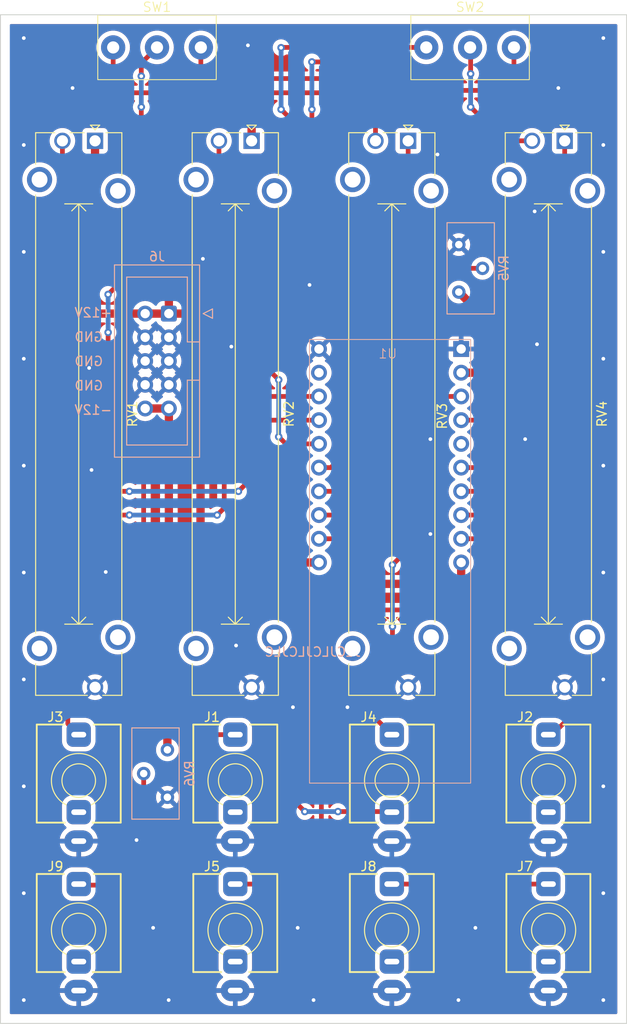
<source format=kicad_pcb>
(kicad_pcb (version 20221018) (generator pcbnew)
  (layers (0 "F.Cu" signal) (31 "B.Cu" signal) (34 "B.Paste" user) (35 "F.Paste" user) (36 "B.SilkS" user "B.Silkscreen") (37 "F.SilkS" user "F.Silkscreen") (38 "B.Mask" user) (39 "F.Mask" user) (44 "Edge.Cuts" user))
  (net 0 "")
  (net 1 "Net-(SW1-B)")
  (net 2 "GND")
  (net 3 "Net-(J2-PadT)")
  (net 4 "+12V")
  (net 5 "-12V")
  (net 7 "SAW_OUT")
  (net 12 "SQUARE_OUT")
  (net 13 "TRI_OUT")
  (net 14 "V{slash}OCT")
  (net 15 "SIN_OUT")
  (net 17 "COARSE_FREQ_POT")
  (net 18 "FINE_FREQ_POT")
  (net 19 "PWM_CV")
  (net 20 "Net-(SW2-B)")
  (net 21 "+5V")
  (net 22 "PWM_POT")
  (net 23 "SOFT_SYNC")
  (net 24 "HARD_SYNC")
  (net 25 "LIN_FM")
  (net 26 "EXP_FM")
  (net 29 "Net-(J4-PadT)")
  (net 31 "Net-(J4-PadTN)")
  (footprint "AudioJacks:Jack_3.5mm_QingPu_WQP-PJ398SM_Vertical" (layer "F.Cu") (at 108.39 144)
    (fp_text reference "J8" (at -2.5 -6.8) (layer "F.SilkS"))
    (fp_text value "AudioJack2_SwitchT")
    (pad "S" thru_hole oval (at 0 6.48) (size 3.1 2.3) (drill oval 1.6 0.6) (layers "*.Cu" "*.Mask") (net 2 "GND"))
    (pad "T" thru_hole roundrect (at 0 -4.92) (size 2.6 2.6) (drill oval 1.6 0.6) (layers "*.Cu" "*.Mask") (net 12 "SQUARE_OUT"))
    (pad "TN" thru_hole roundrect (at 0 3.38) (size 2.6 2.6) (drill oval 1.6 0.6) (layers "*.Cu" "*.Mask"))
  )
  (footprint "AudioJacks:Jack_3.5mm_QingPu_WQP-PJ398SM_Vertical" (layer "F.Cu") (at 74.83 144)
    (fp_text reference "J9" (at -2.5 -6.8) (layer "F.SilkS"))
    (fp_text value "AudioJack2_SwitchT")
    (pad "S" thru_hole oval (at 0 6.48) (size 3.1 2.3) (drill oval 1.6 0.6) (layers "*.Cu" "*.Mask") (net 2 "GND"))
    (pad "T" thru_hole roundrect (at 0 -4.92) (size 2.6 2.6) (drill oval 1.6 0.6) (layers "*.Cu" "*.Mask") (net 15 "SIN_OUT"))
    (pad "TN" thru_hole roundrect (at 0 3.38) (size 2.6 2.6) (drill oval 1.6 0.6) (layers "*.Cu" "*.Mask"))
  )
  (footprint "Dans_Eurorack:Salecom_SPDT_PCB_Mount_Mini_Toggle_Switch" (layer "F.Cu") (at 116.78 49.5)
    (fp_text reference "SW2" (at 0 -4.318 unlocked) (layer "F.SilkS") (effects (font (thickness 0.1))))
    (fp_text value "SW_SPDT")
    (pad "1" thru_hole circle (at -4.7 0) (size 2.6 2.6) (drill 1.3) (layers "*.Cu" "*.Mask") (net 26 "EXP_FM"))
    (pad "2" thru_hole circle (at 0 0) (size 2.6 2.6) (drill 1.3) (layers "*.Cu" "*.Mask") (net 20 "Net-(SW2-B)"))
    (pad "3" thru_hole circle (at 4.7 0) (size 2.6 2.6) (drill 1.3) (layers "*.Cu" "*.Mask") (net 25 "LIN_FM"))
  )
  (footprint "Potentiometer_THT:Potentiometer_Bourns_PTA4543_Single_Slide" (layer "F.Cu") (at 126.92 59.5 -90)
    (fp_text reference "RV4" (at 29.25 -4 90) (layer "F.SilkS"))
    (fp_text value "R_Potentiometer")
    (pad "1" thru_hole rect (at 0 0 270) (size 1.75 1.75) (drill 1.2) (layers "*.Cu" "*.Mask") (net 3 "Net-(J2-PadT)"))
    (pad "2" thru_hole circle (at 0 3.5 270) (size 1.75 1.75) (drill 1.2) (layers "*.Cu" "*.Mask") (net 20 "Net-(SW2-B)"))
    (pad "3" thru_hole circle (at 58.5 0 270) (size 1.75 1.75) (drill 1.2) (layers "*.Cu" "*.Mask") (net 2 "GND"))
    (pad "MP" thru_hole circle (at 4.15 5.95 270) (size 2.7 2.7) (drill 1.7) (layers "*.Cu" "*.Mask"))
    (pad "MP" thru_hole circle (at 5.35 -2.45 270) (size 2.7 2.7) (drill 1.7) (layers "*.Cu" "*.Mask"))
    (pad "MP" thru_hole circle (at 53.15 -2.45 270) (size 2.7 2.7) (drill 1.7) (layers "*.Cu" "*.Mask"))
    (pad "MP" thru_hole circle (at 54.35 5.95 270) (size 2.7 2.7) (drill 1.7) (layers "*.Cu" "*.Mask"))
  )
  (footprint "AudioJacks:Jack_3.5mm_QingPu_WQP-PJ398SM_Vertical" (layer "F.Cu") (at 125.17 128)
    (fp_text reference "J2" (at -2.5 -6.8) (layer "F.SilkS"))
    (fp_text value "AudioJack2_SwitchT")
    (pad "S" thru_hole oval (at 0 6.48) (size 3.1 2.3) (drill oval 1.6 0.6) (layers "*.Cu" "*.Mask") (net 2 "GND"))
    (pad "T" thru_hole roundrect (at 0 -4.92) (size 2.6 2.6) (drill oval 1.6 0.6) (layers "*.Cu" "*.Mask") (net 3 "Net-(J2-PadT)"))
    (pad "TN" thru_hole roundrect (at 0 3.38) (size 2.6 2.6) (drill oval 1.6 0.6) (layers "*.Cu" "*.Mask"))
  )
  (footprint "Potentiometer_THT:Potentiometer_Bourns_PTA4543_Single_Slide" (layer "F.Cu") (at 76.58 59.5 -90)
    (fp_text reference "RV1" (at 29.25 -4 90) (layer "F.SilkS"))
    (fp_text value "R_Potentiometer")
    (pad "1" thru_hole rect (at 0 0 270) (size 1.75 1.75) (drill 1.2) (layers "*.Cu" "*.Mask") (net 4 "+12V"))
    (pad "2" thru_hole circle (at 0 3.5 270) (size 1.75 1.75) (drill 1.2) (layers "*.Cu" "*.Mask") (net 17 "COARSE_FREQ_POT"))
    (pad "3" thru_hole circle (at 58.5 0 270) (size 1.75 1.75) (drill 1.2) (layers "*.Cu" "*.Mask") (net 2 "GND"))
    (pad "MP" thru_hole circle (at 4.15 5.95 270) (size 2.7 2.7) (drill 1.7) (layers "*.Cu" "*.Mask"))
    (pad "MP" thru_hole circle (at 5.35 -2.45 270) (size 2.7 2.7) (drill 1.7) (layers "*.Cu" "*.Mask"))
    (pad "MP" thru_hole circle (at 53.15 -2.45 270) (size 2.7 2.7) (drill 1.7) (layers "*.Cu" "*.Mask"))
    (pad "MP" thru_hole circle (at 54.35 5.95 270) (size 2.7 2.7) (drill 1.7) (layers "*.Cu" "*.Mask"))
  )
  (footprint "Dans_Eurorack:Salecom_SPDT_PCB_Mount_Mini_Toggle_Switch" (layer "F.Cu") (at 83.22 49.5)
    (fp_text reference "SW1" (at 0 -4.318 unlocked) (layer "F.SilkS") (effects (font (thickness 0.1))))
    (fp_text value "SW_SPDT")
    (pad "1" thru_hole circle (at -4.7 0) (size 2.6 2.6) (drill 1.3) (layers "*.Cu" "*.Mask") (net 24 "HARD_SYNC"))
    (pad "2" thru_hole circle (at 0 0) (size 2.6 2.6) (drill 1.3) (layers "*.Cu" "*.Mask") (net 1 "Net-(SW1-B)"))
    (pad "3" thru_hole circle (at 4.7 0) (size 2.6 2.6) (drill 1.3) (layers "*.Cu" "*.Mask") (net 23 "SOFT_SYNC"))
  )
  (footprint "AudioJacks:Jack_3.5mm_QingPu_WQP-PJ398SM_Vertical" (layer "F.Cu") (at 91.61 144)
    (fp_text reference "J5" (at -2.5 -6.8) (layer "F.SilkS"))
    (fp_text value "AudioJack2_SwitchT")
    (pad "S" thru_hole oval (at 0 6.48) (size 3.1 2.3) (drill oval 1.6 0.6) (layers "*.Cu" "*.Mask") (net 2 "GND"))
    (pad "T" thru_hole roundrect (at 0 -4.92) (size 2.6 2.6) (drill oval 1.6 0.6) (layers "*.Cu" "*.Mask") (net 13 "TRI_OUT"))
    (pad "TN" thru_hole roundrect (at 0 3.38) (size 2.6 2.6) (drill oval 1.6 0.6) (layers "*.Cu" "*.Mask"))
  )
  (footprint "AudioJacks:Jack_3.5mm_QingPu_WQP-PJ398SM_Vertical" (layer "F.Cu") (at 125.17 144)
    (fp_text reference "J7" (at -2.5 -6.8) (layer "F.SilkS"))
    (fp_text value "AudioJack2_SwitchT")
    (pad "S" thru_hole oval (at 0 6.48) (size 3.1 2.3) (drill oval 1.6 0.6) (layers "*.Cu" "*.Mask") (net 2 "GND"))
    (pad "T" thru_hole roundrect (at 0 -4.92) (size 2.6 2.6) (drill oval 1.6 0.6) (layers "*.Cu" "*.Mask") (net 7 "SAW_OUT"))
    (pad "TN" thru_hole roundrect (at 0 3.38) (size 2.6 2.6) (drill oval 1.6 0.6) (layers "*.Cu" "*.Mask"))
  )
  (footprint "Potentiometer_THT:Potentiometer_Bourns_PTA4543_Single_Slide" (layer "F.Cu") (at 93.36 59.5 -90)
    (fp_text reference "RV2" (at 29.25 -4 90) (layer "F.SilkS"))
    (fp_text value "R_Potentiometer")
    (pad "1" thru_hole rect (at 0 0 270) (size 1.75 1.75) (drill 1.2) (layers "*.Cu" "*.Mask") (net 4 "+12V"))
    (pad "2" thru_hole circle (at 0 3.5 270) (size 1.75 1.75) (drill 1.2) (layers "*.Cu" "*.Mask") (net 18 "FINE_FREQ_POT"))
    (pad "3" thru_hole circle (at 58.5 0 270) (size 1.75 1.75) (drill 1.2) (layers "*.Cu" "*.Mask") (net 2 "GND"))
    (pad "MP" thru_hole circle (at 4.15 5.95 270) (size 2.7 2.7) (drill 1.7) (layers "*.Cu" "*.Mask"))
    (pad "MP" thru_hole circle (at 5.35 -2.45 270) (size 2.7 2.7) (drill 1.7) (layers "*.Cu" "*.Mask"))
    (pad "MP" thru_hole circle (at 53.15 -2.45 270) (size 2.7 2.7) (drill 1.7) (layers "*.Cu" "*.Mask"))
    (pad "MP" thru_hole circle (at 54.35 5.95 270) (size 2.7 2.7) (drill 1.7) (layers "*.Cu" "*.Mask"))
  )
  (footprint "Potentiometer_THT:Potentiometer_Bourns_PTA4543_Single_Slide" (layer "F.Cu") (at 110.14 59.5 -90)
    (fp_text reference "RV3" (at 29.486 -3.652 90) (layer "F.SilkS"))
    (fp_text value "R_Potentiometer")
    (pad "1" thru_hole rect (at 0 0 270) (size 1.75 1.75) (drill 1.2) (layers "*.Cu" "*.Mask") (net 29 "Net-(J4-PadT)"))
    (pad "2" thru_hole circle (at 0 3.5 270) (size 1.75 1.75) (drill 1.2) (layers "*.Cu" "*.Mask") (net 19 "PWM_CV"))
    (pad "3" thru_hole circle (at 58.5 0 270) (size 1.75 1.75) (drill 1.2) (layers "*.Cu" "*.Mask") (net 2 "GND"))
    (pad "MP" thru_hole circle (at 4.15 5.95 270) (size 2.7 2.7) (drill 1.7) (layers "*.Cu" "*.Mask"))
    (pad "MP" thru_hole circle (at 5.35 -2.45 270) (size 2.7 2.7) (drill 1.7) (layers "*.Cu" "*.Mask"))
    (pad "MP" thru_hole circle (at 53.15 -2.45 270) (size 2.7 2.7) (drill 1.7) (layers "*.Cu" "*.Mask"))
    (pad "MP" thru_hole circle (at 54.35 5.95 270) (size 2.7 2.7) (drill 1.7) (layers "*.Cu" "*.Mask"))
  )
  (footprint "AudioJacks:Jack_3.5mm_QingPu_WQP-PJ398SM_Vertical" (layer "F.Cu") (at 108.39 128)
    (fp_text reference "J4" (at -2.5 -6.8) (layer "F.SilkS"))
    (fp_text value "AudioJack2_SwitchT")
    (pad "S" thru_hole oval (at 0 6.48) (size 3.1 2.3) (drill oval 1.6 0.6) (layers "*.Cu" "*.Mask") (net 2 "GND"))
    (pad "T" thru_hole roundrect (at 0 -4.92) (size 2.6 2.6) (drill oval 1.6 0.6) (layers "*.Cu" "*.Mask") (net 29 "Net-(J4-PadT)"))
    (pad "TN" thru_hole roundrect (at 0 3.38) (size 2.6 2.6) (drill oval 1.6 0.6) (layers "*.Cu" "*.Mask") (net 31 "Net-(J4-PadTN)"))
  )
  (footprint "AudioJacks:Jack_3.5mm_QingPu_WQP-PJ398SM_Vertical" (layer "F.Cu") (at 74.83 128)
    (fp_text reference "J3" (at -2.5 -6.8) (layer "F.SilkS"))
    (fp_text value "AudioJack2_SwitchT")
    (pad "S" thru_hole oval (at 0 6.48) (size 3.1 2.3) (drill oval 1.6 0.6) (layers "*.Cu" "*.Mask") (net 2 "GND"))
    (pad "T" thru_hole roundrect (at 0 -4.92) (size 2.6 2.6) (drill oval 1.6 0.6) (layers "*.Cu" "*.Mask") (net 14 "V{slash}OCT"))
    (pad "TN" thru_hole roundrect (at 0 3.38) (size 2.6 2.6) (drill oval 1.6 0.6) (layers "*.Cu" "*.Mask"))
  )
  (footprint "AudioJacks:Jack_3.5mm_QingPu_WQP-PJ398SM_Vertical" (layer "F.Cu") (at 91.61 128)
    (fp_text reference "J1" (at -2.5 -6.8) (layer "F.SilkS"))
    (fp_text value "AudioJack2_SwitchT")
    (pad "S" thru_hole oval (at 0 6.48) (size 3.1 2.3) (drill oval 1.6 0.6) (layers "*.Cu" "*.Mask") (net 2 "GND"))
    (pad "T" thru_hole roundrect (at 0 -4.92) (size 2.6 2.6) (drill oval 1.6 0.6) (layers "*.Cu" "*.Mask") (net 1 "Net-(SW1-B)"))
    (pad "TN" thru_hole roundrect (at 0 3.38) (size 2.6 2.6) (drill oval 1.6 0.6) (layers "*.Cu" "*.Mask"))
  )
  (footprint "Potentiometer_THT:Potentiometer_Bourns_3296Y_Vertical" (layer "B.Cu") (at 115.57 75.692 -90)
    (fp_text reference "RV5" (at -2.55 -4.826 90) (layer "B.SilkS") (effects (justify mirror)))
    (fp_text value "R_Potentiometer_Trim")
    (pad "1" thru_hole circle (at 0 0 270) (size 1.44 1.44) (drill 0.8) (layers "*.Cu" "*.Mask") (net 21 "+5V"))
    (pad "2" thru_hole circle (at -2.54 -2.54 270) (size 1.44 1.44) (drill 0.8) (layers "*.Cu" "*.Mask") (net 22 "PWM_POT"))
    (pad "3" thru_hole circle (at -5.08 0 270) (size 1.44 1.44) (drill 0.8) (layers "*.Cu" "*.Mask") (net 2 "GND"))
  )
  (footprint "Dans_Eurorack:Electrosmith_3340_VCO" (layer "B.Cu") (at 115.824 81.788 180)
    (fp_text reference "U1" (at 7.874 -0.508 unlocked) (layer "B.SilkS") (effects (font (thickness 0.1)) (justify mirror)))
    (fp_text value "~")
    (pad "1" thru_hole rect (at 0 0 180) (size 1.7 1.7) (drill 1) (layers "*.Cu" "*.Mask") (net 2 "GND"))
    (pad "2" thru_hole circle (at 0 -2.54 180) (size 1.7 1.7) (drill 1) (layers "*.Cu" "*.Mask") (net 21 "+5V"))
    (pad "3" thru_hole circle (at 0 -5.08 180) (size 1.7 1.7) (drill 1) (layers "*.Cu" "*.Mask") (net 22 "PWM_POT"))
    (pad "4" thru_hole circle (at 0 -7.62 180) (size 1.7 1.7) (drill 1) (layers "*.Cu" "*.Mask") (net 19 "PWM_CV"))
    (pad "5" thru_hole circle (at 0 -10.16 180) (size 1.7 1.7) (drill 1) (layers "*.Cu" "*.Mask"))
    (pad "6" thru_hole circle (at 0 -12.7 180) (size 1.7 1.7) (drill 1) (layers "*.Cu" "*.Mask") (net 7 "SAW_OUT"))
    (pad "7" thru_hole circle (at 0 -15.24 180) (size 1.7 1.7) (drill 1) (layers "*.Cu" "*.Mask") (net 12 "SQUARE_OUT"))
    (pad "8" thru_hole circle (at 0 -17.78 180) (size 1.7 1.7) (drill 1) (layers "*.Cu" "*.Mask") (net 13 "TRI_OUT"))
    (pad "9" thru_hole circle (at 0 -20.32 180) (size 1.7 1.7) (drill 1) (layers "*.Cu" "*.Mask") (net 15 "SIN_OUT"))
    (pad "10" thru_hole circle (at 0 -22.86 180) (size 1.7 1.7) (drill 1) (layers "*.Cu" "*.Mask") (net 5 "-12V"))
    (pad "11" thru_hole circle (at 15.24 -22.86 180) (size 1.7 1.7) (drill 1) (layers "*.Cu" "*.Mask") (net 4 "+12V"))
    (pad "12" thru_hole circle (at 15.24 -20.32 180) (size 1.7 1.7) (drill 1) (layers "*.Cu" "*.Mask") (net 23 "SOFT_SYNC"))
    (pad "13" thru_hole circle (at 15.24 -17.78 180) (size 1.7 1.7) (drill 1) (layers "*.Cu" "*.Mask") (net 24 "HARD_SYNC"))
    (pad "14" thru_hole circle (at 15.24 -15.24 180) (size 1.7 1.7) (drill 1) (layers "*.Cu" "*.Mask") (net 25 "LIN_FM"))
    (pad "15" thru_hole circle (at 15.24 -12.7 180) (size 1.7 1.7) (drill 1) (layers "*.Cu" "*.Mask") (net 26 "EXP_FM"))
    (pad "16" thru_hole circle (at 15.24 -10.16 180) (size 1.7 1.7) (drill 1) (layers "*.Cu" "*.Mask") (net 18 "FINE_FREQ_POT"))
    (pad "17" thru_hole circle (at 15.24 -7.62 180) (size 1.7 1.7) (drill 1) (layers "*.Cu" "*.Mask") (net 17 "COARSE_FREQ_POT"))
    (pad "18" thru_hole circle (at 15.24 -5.08 180) (size 1.7 1.7) (drill 1) (layers "*.Cu" "*.Mask") (net 14 "V{slash}OCT"))
    (pad "19" thru_hole circle (at 15.24 -2.54 180) (size 1.7 1.7) (drill 1) (layers "*.Cu" "*.Mask"))
    (pad "20" thru_hole circle (at 15.24 0 180) (size 1.7 1.7) (drill 1) (layers "*.Cu" "*.Mask") (net 2 "GND"))
  )
  (footprint "Potentiometer_THT:Potentiometer_Bourns_3296Y_Vertical" (layer "B.Cu") (at 84.333 124.704 90)
    (fp_text reference "RV6" (at -2.54 2.39 90) (layer "B.SilkS") (effects (justify mirror)))
    (fp_text value "R_Potentiometer_Trim")
    (pad "1" thru_hole circle (at 0 0 90) (size 1.44 1.44) (drill 0.8) (layers "*.Cu" "*.Mask") (net 5 "-12V"))
    (pad "2" thru_hole circle (at -2.54 -2.54 90) (size 1.44 1.44) (drill 0.8) (layers "*.Cu" "*.Mask") (net 31 "Net-(J4-PadTN)"))
    (pad "3" thru_hole circle (at -5.08 0 90) (size 1.44 1.44) (drill 0.8) (layers "*.Cu" "*.Mask") (net 2 "GND"))
  )
  (footprint "Connector_IDC:IDC-Header_2x05_P2.54mm_Vertical" (layer "B.Cu") (at 84.49 78 180)
    (fp_text reference "J6" (at 1.27 6.1) (layer "B.SilkS") (effects (justify mirror)))
    (fp_text value "Conn_02x05_Odd_Even")
    (pad "1" thru_hole roundrect (at 0 0 180) (size 1.7 1.7) (drill 1) (layers "*.Cu" "*.Mask") (roundrect_rratio 0.1470588235) (net 4 "+12V"))
    (pad "2" thru_hole circle (at 2.54 0 180) (size 1.7 1.7) (drill 1) (layers "*.Cu" "*.Mask") (net 4 "+12V"))
    (pad "3" thru_hole circle (at 0 -2.54 180) (size 1.7 1.7) (drill 1) (layers "*.Cu" "*.Mask") (net 2 "GND"))
    (pad "4" thru_hole circle (at 2.54 -2.54 180) (size 1.7 1.7) (drill 1) (layers "*.Cu" "*.Mask") (net 2 "GND"))
    (pad "5" thru_hole circle (at 0 -5.08 180) (size 1.7 1.7) (drill 1) (layers "*.Cu" "*.Mask") (net 2 "GND"))
    (pad "6" thru_hole circle (at 2.54 -5.08 180) (size 1.7 1.7) (drill 1) (layers "*.Cu" "*.Mask") (net 2 "GND"))
    (pad "7" thru_hole circle (at 0 -7.62 180) (size 1.7 1.7) (drill 1) (layers "*.Cu" "*.Mask") (net 2 "GND"))
    (pad "8" thru_hole circle (at 2.54 -7.62 180) (size 1.7 1.7) (drill 1) (layers "*.Cu" "*.Mask") (net 2 "GND"))
    (pad "9" thru_hole circle (at 0 -10.16 180) (size 1.7 1.7) (drill 1) (layers "*.Cu" "*.Mask") (net 5 "-12V"))
    (pad "10" thru_hole circle (at 2.54 -10.16 180) (size 1.7 1.7) (drill 1) (layers "*.Cu" "*.Mask") (net 5 "-12V"))
  )
  (gr_rect (start 66.44 46) (end 133.56 154) (stroke (width 0.1)) (fill none) (layer "Edge.Cuts"))
  (gr_text "GND" (at 77.533619 81.0895) (layer "B.SilkS") (effects (font (size 1 1)) (justify left bottom mirror)))
  (gr_text "-12V" (at 78.486 88.9) (layer "B.SilkS") (effects (font (size 1 1)) (justify left bottom mirror)))
  (gr_text "+12V" (at 78.486 78.486) (layer "B.SilkS") (effects (font (size 1 1)) (justify left bottom mirror)))
  (gr_text "GND" (at 77.533619 86.2965) (layer "B.SilkS") (effects (font (size 1 1)) (justify left bottom mirror)))
  (gr_text "JLCJLCJLCJLC" (at 105.156 114.808) (layer "B.SilkS") (effects (font (size 1 1)) (justify left bottom mirror)))
  (gr_text "GND" (at 77.533619 83.693) (layer "B.SilkS") (effects (font (size 1 1)) (justify left bottom mirror)))
  (segment (start 86.614 123.952) (end 87.486 123.08) (width 0.508) (layer "F.Cu") (net 1))
  (segment (start 77.978 92.964) (end 78.74 93.726) (width 0.508) (layer "F.Cu") (net 1))
  (segment (start 85.852 126.746) (end 86.614 125.984) (width 0.508) (layer "F.Cu") (net 1))
  (segment (start 81.788 124.968) (end 83.566 126.746) (width 0.508) (layer "F.Cu") (net 1))
  (segment (start 78.74 93.726) (end 81.026 93.726) (width 0.508) (layer "F.Cu") (net 1))
  (segment (start 83.312 49.592) (end 83.22 49.5) (width 0.508) (layer "F.Cu") (net 1))
  (segment (start 81.788 94.488) (end 81.788 124.968) (width 0.508) (layer "F.Cu") (net 1))
  (segment (start 83.566 126.746) (end 85.852 126.746) (width 0.508) (layer "F.Cu") (net 1))
  (segment (start 77.978 80.01) (end 77.978 92.964) (width 0.508) (layer "F.Cu") (net 1))
  (segment (start 82.296 62.23) (end 82.296 71.628) (width 0.508) (layer "F.Cu") (net 1))
  (segment (start 87.486 123.08) (end 91.61 123.08) (width 0.508) (layer "F.Cu") (net 1))
  (segment (start 81.534 55.88) (end 81.534 61.468) (width 0.508) (layer "F.Cu") (net 1))
  (segment (start 83.22 49.5) (end 81.534 51.186) (width 0.508) (layer "F.Cu") (net 1))
  (segment (start 86.614 125.984) (end 86.614 123.952) (width 0.508) (layer "F.Cu") (net 1))
  (segment (start 81.534 61.468) (end 82.296 62.23) (width 0.508) (layer "F.Cu") (net 1))
  (segment (start 82.296 71.628) (end 77.978 75.946) (width 0.508) (layer "F.Cu") (net 1))
  (segment (start 81.534 51.186) (end 81.534 52.578) (width 0.508) (layer "F.Cu") (net 1))
  (segment (start 81.026 93.726) (end 81.788 94.488) (width 0.508) (layer "F.Cu") (net 1))
  (via (at 81.534 52.578) (size 0.8) (drill 0.4) (layers "F.Cu" "B.Cu") (net 1))
  (via (at 81.534 55.88) (size 0.8) (drill 0.4) (layers "F.Cu" "B.Cu") (net 1))
  (via (at 77.978 80.01) (size 0.8) (drill 0.4) (layers "F.Cu" "B.Cu") (net 1))
  (via (at 77.978 75.946) (size 0.8) (drill 0.4) (layers "F.Cu" "B.Cu") (net 1))
  (segment (start 81.534 52.578) (end 81.534 55.88) (width 0.508) (layer "B.Cu") (net 1))
  (segment (start 77.978 80.01) (end 77.978 75.946) (width 0.508) (layer "B.Cu") (net 1))
  (via (at 75.946 83.82) (size 0.8) (drill 0.4) (layers "F.Cu" "B.Cu") (net 2))
  (via (at 115.53 151.5) (size 0.8) (drill 0.4) (layers "F.Cu" "B.Cu") (net 2))
  (via (at 131.06 94.277776) (size 0.8) (drill 0.4) (layers "F.Cu" "B.Cu") (net 2))
  (via (at 76.2 94.742) (size 0.8) (drill 0.4) (layers "F.Cu" "B.Cu") (net 2))
  (via (at 126.238 53.848) (size 0.8) (drill 0.4) (layers "F.Cu" "B.Cu") (net 2))
  (via (at 68.94 94.277776) (size 0.8) (drill 0.4) (layers "F.Cu" "B.Cu") (net 2))
  (via (at 131.06 105.72222) (size 0.8) (drill 0.4) (layers "F.Cu" "B.Cu") (net 2))
  (via (at 117.348 143.764) (size 0.8) (drill 0.4) (layers "F.Cu" "B.Cu") (net 2))
  (via (at 68.94 48.5) (size 0.8) (drill 0.4) (layers "F.Cu" "B.Cu") (net 2))
  (via (at 81.026 134.366) (size 0.8) (drill 0.4) (layers "F.Cu" "B.Cu") (net 2))
  (via (at 99.568 74.93) (size 0.8) (drill 0.4) (layers "F.Cu" "B.Cu") (net 2))
  (via (at 84.47 151.5) (size 0.8) (drill 0.4) (layers "F.Cu" "B.Cu") (net 2))
  (via (at 112.522 101.6) (size 0.8) (drill 0.4) (layers "F.Cu" "B.Cu") (net 2))
  (via (at 131.06 117.166664) (size 0.8) (drill 0.4) (layers "F.Cu" "B.Cu") (net 2))
  (via (at 131.06 151.5) (size 0.8) (drill 0.4) (layers "F.Cu" "B.Cu") (net 2))
  (via (at 122.682 91.44) (size 0.8) (drill 0.4) (layers "F.Cu" "B.Cu") (net 2))
  (via (at 68.94 117.166664) (size 0.8) (drill 0.4) (layers "F.Cu" "B.Cu") (net 2))
  (via (at 68.94 71.388888) (size 0.8) (drill 0.4) (layers "F.Cu" "B.Cu") (net 2))
  (via (at 123.698 67.056) (size 0.8) (drill 0.4) (layers "F.Cu" "B.Cu") (net 2))
  (via (at 131.06 48.5) (size 0.8) (drill 0.4) (layers "F.Cu" "B.Cu") (net 2))
  (via (at 131.06 128.611108) (size 0.8) (drill 0.4) (layers "F.Cu" "B.Cu") (net 2))
  (via (at 123.952 81.28) (size 0.8) (drill 0.4) (layers "F.Cu" "B.Cu") (net 2))
  (via (at 68.94 59.944444) (size 0.8) (drill 0.4) (layers "F.Cu" "B.Cu") (net 2))
  (via (at 74.168 53.848) (size 0.8) (drill 0.4) (layers "F.Cu" "B.Cu") (net 2))
  (via (at 82.804 143.764) (size 0.8) (drill 0.4) (layers "F.Cu" "B.Cu") (net 2))
  (via (at 68.94 151.5) (size 0.8) (drill 0.4) (layers "F.Cu" "B.Cu") (net 2))
  (via (at 91.186 81.534) (size 0.8) (drill 0.4) (layers "F.Cu" "B.Cu") (net 2))
  (via (at 131.06 59.944444) (size 0.8) (drill 0.4) (layers "F.Cu" "B.Cu") (net 2))
  (via (at 92.964 49.276) (size 0.8) (drill 0.4) (layers "F.Cu" "B.Cu") (net 2))
  (via (at 68.94 140.055552) (size 0.8) (drill 0.4) (layers "F.Cu" "B.Cu") (net 2))
  (via (at 68.94 82.833332) (size 0.8) (drill 0.4) (layers "F.Cu" "B.Cu") (net 2))
  (via (at 77.724 105.664) (size 0.8) (drill 0.4) (layers "F.Cu" "B.Cu") (net 2))
  (via (at 113.284 60.96) (size 0.8) (drill 0.4) (layers "F.Cu" "B.Cu") (net 2))
  (via (at 103.632 120.142) (size 0.8) (drill 0.4) (layers "F.Cu" "B.Cu") (net 2))
  (via (at 68.94 128.611108) (size 0.8) (drill 0.4) (layers "F.Cu" "B.Cu") (net 2))
  (via (at 88.138 72.136) (size 0.8) (drill 0.4) (layers "F.Cu" "B.Cu") (net 2))
  (via (at 131.06 140.055552) (size 0.8) (drill 0.4) (layers "F.Cu" "B.Cu") (net 2))
  (via (at 112.522 91.44) (size 0.8) (drill 0.4) (layers "F.Cu" "B.Cu") (net 2))
  (via (at 98.298 143.764) (size 0.8) (drill 0.4) (layers "F.Cu" "B.Cu") (net 2))
  (via (at 100 151.5) (size 0.8) (drill 0.4) (layers "F.Cu" "B.Cu") (net 2))
  (via (at 68.94 105.72222) (size 0.8) (drill 0.4) (layers "F.Cu" "B.Cu") (net 2))
  (via (at 97.79 120.142) (size 0.8) (drill 0.4) (layers "F.Cu" "B.Cu") (net 2))
  (via (at 91.694 113.538) (size 0.8) (drill 0.4) (layers "F.Cu" "B.Cu") (net 2))
  (via (at 131.06 71.388888) (size 0.8) (drill 0.4) (layers "F.Cu" "B.Cu") (net 2))
  (via (at 131.06 82.833332) (size 0.8) (drill 0.4) (layers "F.Cu" "B.Cu") (net 2))
  (segment (start 126.92 61.04) (end 126.92 59.5) (width 0.508) (layer "F.Cu") (net 3))
  (segment (start 129.54 119.126) (end 129.54 117.094) (width 0.508) (layer "F.Cu") (net 3))
  (segment (start 126.238 61.722) (end 126.92 61.04) (width 0.508) (layer "F.Cu") (net 3))
  (segment (start 125.17 123.08) (end 125.586 123.08) (width 0.508) (layer "F.Cu") (net 3))
  (segment (start 126.238 113.792) (end 126.238 61.722) (width 0.508) (layer "F.Cu") (net 3))
  (segment (start 129.54 117.094) (end 126.238 113.792) (width 0.508) (layer "F.Cu") (net 3))
  (segment (start 125.586 123.08) (end 129.54 119.126) (width 0.508) (layer "F.Cu") (net 3))
  (segment (start 75.692 77.216) (end 76.476 78) (width 0.889) (layer "F.Cu") (net 4))
  (segment (start 85.344 56.642) (end 92.456 56.642) (width 0.889) (layer "F.Cu") (net 4))
  (segment (start 88.9 104.648) (end 100.584 104.648) (width 0.889) (layer "F.Cu") (net 4))
  (segment (start 81.95 78) (end 84.49 78) (width 0.889) (layer "F.Cu") (net 4))
  (segment (start 87.884 78.994) (end 87.884 103.632) (width 0.889) (layer "F.Cu") (net 4))
  (segment (start 84.49 78) (end 86.89 78) (width 0.889) (layer "F.Cu") (net 4))
  (segment (start 84.49 78) (end 84.49 57.496) (width 0.889) (layer "F.Cu") (net 4))
  (segment (start 93.36 57.546) (end 93.36 59.5) (width 0.889) (layer "F.Cu") (net 4))
  (segment (start 87.884 103.632) (end 88.9 104.648) (width 0.889) (layer "F.Cu") (net 4))
  (segment (start 76.58 61.342) (end 75.692 62.23) (width 0.889) (layer "F.Cu") (net 4))
  (segment (start 92.456 56.642) (end 93.36 57.546) (width 0.889) (layer "F.Cu") (net 4))
  (segment (start 84.49 57.496) (end 85.344 56.642) (width 0.889) (layer "F.Cu") (net 4))
  (segment (start 86.89 78) (end 87.884 78.994) (width 0.889) (layer "F.Cu") (net 4))
  (segment (start 75.692 62.23) (end 75.692 77.216) (width 0.889) (layer "F.Cu") (net 4))
  (segment (start 76.476 78) (end 81.95 78) (width 0.889) (layer "F.Cu") (net 4))
  (segment (start 76.58 59.5) (end 76.58 61.342) (width 0.889) (layer "F.Cu") (net 4))
  (segment (start 84.49 88.16) (end 84.49 106.934) (width 0.889) (layer "F.Cu") (net 5))
  (segment (start 84.333 124.704) (end 84.333 123.255) (width 0.889) (layer "F.Cu") (net 5))
  (segment (start 84.333 123.255) (end 84.49 123.098) (width 0.889) (layer "F.Cu") (net 5))
  (segment (start 115.824 104.648) (end 115.824 106.172) (width 0.889) (layer "F.Cu") (net 5))
  (segment (start 81.95 88.16) (end 84.49 88.16) (width 0.889) (layer "F.Cu") (net 5))
  (segment (start 84.49 106.934) (end 84.49 123.098) (width 0.889) (layer "F.Cu") (net 5))
  (segment (start 115.062 106.934) (end 84.49 106.934) (width 0.889) (layer "F.Cu") (net 5))
  (segment (start 115.824 106.172) (end 115.062 106.934) (width 0.889) (layer "F.Cu") (net 5))
  (segment (start 119.649 139.08) (end 125.17 139.08) (width 0.508) (layer "F.Cu") (net 7))
  (segment (start 124.206 98.552) (end 124.206 115.316) (width 0.508) (layer "F.Cu") (net 7))
  (segment (start 118.872 120.65) (end 118.872 138.303) (width 0.508) (layer "F.Cu") (net 7))
  (segment (start 124.206 115.316) (end 118.872 120.65) (width 0.508) (layer "F.Cu") (net 7))
  (segment (start 120.142 94.488) (end 124.206 98.552) (width 0.508) (layer "F.Cu") (net 7))
  (segment (start 118.872 138.303) (end 119.649 139.08) (width 0.508) (layer "F.Cu") (net 7))
  (segment (start 115.824 94.488) (end 120.142 94.488) (width 0.508) (layer "F.Cu") (net 7))
  (segment (start 116.84 119.888) (end 116.84 136.906) (width 0.508) (layer "F.Cu") (net 12))
  (segment (start 116.84 136.906) (end 114.666 139.08) (width 0.508) (layer "F.Cu") (net 12))
  (segment (start 117.856 112.268) (end 117.856 118.872) (width 0.508) (layer "F.Cu") (net 12))
  (segment (start 115.824 97.028) (end 119.888 97.028) (width 0.508) (layer "F.Cu") (net 12))
  (segment (start 119.888 97.028) (end 122.174 99.314) (width 0.508) (layer "F.Cu") (net 12))
  (segment (start 114.666 139.08) (end 108.39 139.08) (width 0.508) (layer "F.Cu") (net 12))
  (segment (start 122.174 99.314) (end 122.174 107.95) (width 0.508) (layer "F.Cu") (net 12))
  (segment (start 122.174 107.95) (end 117.856 112.268) (width 0.508) (layer "F.Cu") (net 12))
  (segment (start 117.856 118.872) (end 116.84 119.888) (width 0.508) (layer "F.Cu") (net 12))
  (segment (start 114.808 118.872) (end 114.808 135.89) (width 0.508) (layer "F.Cu") (net 13))
  (segment (start 114.808 135.89) (end 114.046 136.652) (width 0.508) (layer "F.Cu") (net 13))
  (segment (start 119.38 99.568) (end 120.142 100.33) (width 0.508) (layer "F.Cu") (net 13))
  (segment (start 115.824 111.506) (end 115.824 117.856) (width 0.508) (layer "F.Cu") (net 13))
  (segment (start 101.346 136.652) (end 98.918 139.08) (width 0.508) (layer "F.Cu") (net 13))
  (segment (start 120.142 100.33) (end 120.142 107.188) (width 0.508) (layer "F.Cu") (net 13))
  (segment (start 114.046 136.652) (end 101.346 136.652) (width 0.508) (layer "F.Cu") (net 13))
  (segment (start 98.918 139.08) (end 91.61 139.08) (width 0.508) (layer "F.Cu") (net 13))
  (segment (start 120.142 107.188) (end 115.824 111.506) (width 0.508) (layer "F.Cu") (net 13))
  (segment (start 115.824 117.856) (end 114.808 118.872) (width 0.508) (layer "F.Cu") (net 13))
  (segment (start 115.824 99.568) (end 119.38 99.568) (width 0.508) (layer "F.Cu") (net 13))
  (segment (start 73.66 121.91) (end 73.66 100.33) (width 0.508) (layer "F.Cu") (net 14))
  (segment (start 90.424 89.916) (end 93.472 86.868) (width 0.508) (layer "F.Cu") (net 14))
  (segment (start 93.472 86.868) (end 100.584 86.868) (width 0.508) (layer "F.Cu") (net 14))
  (segment (start 74.83 123.08) (end 74.82 123.08) (width 0.508) (layer "F.Cu") (net 14))
  (segment (start 80.264 99.568) (end 74.422 99.568) (width 0.508) (layer "F.Cu") (net 14))
  (segment (start 73.66 100.33) (end 74.422 99.568) (width 0.508) (layer "F.Cu") (net 14))
  (segment (start 89.662 99.568) (end 90.424 98.806) (width 0.508) (layer "F.Cu") (net 14))
  (segment (start 90.424 98.806) (end 90.424 89.916) (width 0.508) (layer "F.Cu") (net 14))
  (segment (start 74.83 123.08) (end 73.66 121.91) (width 0.508) (layer "F.Cu") (net 14))
  (segment (start 74.82 123.08) (end 73.914 122.174) (width 0.508) (layer "F.Cu") (net 14))
  (via (at 80.264 99.568) (size 0.8) (drill 0.4) (layers "F.Cu" "B.Cu") (net 14))
  (via (at 89.662 99.568) (size 0.8) (drill 0.4) (layers "F.Cu" "B.Cu") (net 14))
  (segment (start 80.264 99.568) (end 89.662 99.568) (width 0.508) (layer "B.Cu") (net 14))
  (segment (start 100.838 133.604) (end 100.838 111.506) (width 0.508) (layer "F.Cu") (net 15))
  (segment (start 74.942 139.192) (end 81.28 139.192) (width 0.508) (layer "F.Cu") (net 15))
  (segment (start 118.364 102.616) (end 117.856 102.108) (width 0.508) (layer "F.Cu") (net 15))
  (segment (start 74.83 139.08) (end 74.942 139.192) (width 0.508) (layer "F.Cu") (net 15))
  (segment (start 83.82 136.652) (end 97.79 136.652) (width 0.508) (layer "F.Cu") (net 15))
  (segment (start 100.838 111.506) (end 102.616 109.728) (width 0.508) (layer "F.Cu") (net 15))
  (segment (start 102.616 109.728) (end 115.316 109.728) (width 0.508) (layer "F.Cu") (net 15))
  (segment (start 115.316 109.728) (end 118.364 106.68) (width 0.508) (layer "F.Cu") (net 15))
  (segment (start 81.28 139.192) (end 83.82 136.652) (width 0.508) (layer "F.Cu") (net 15))
  (segment (start 117.856 102.108) (end 115.824 102.108) (width 0.508) (layer "F.Cu") (net 15))
  (segment (start 118.364 106.68) (end 118.364 102.616) (width 0.508) (layer "F.Cu") (net 15))
  (segment (start 97.79 136.652) (end 100.838 133.604) (width 0.508) (layer "F.Cu") (net 15))
  (segment (start 73.66 61.722) (end 73.08 61.142) (width 0.508) (layer "F.Cu") (net 17))
  (segment (start 80.264 97.028) (end 74.676 97.028) (width 0.508) (layer "F.Cu") (net 17))
  (segment (start 73.66 96.012) (end 73.66 61.722) (width 0.508) (layer "F.Cu") (net 17))
  (segment (start 93.98 89.408) (end 100.584 89.408) (width 0.508) (layer "F.Cu") (net 17))
  (segment (start 74.676 97.028) (end 73.66 96.012) (width 0.508) (layer "F.Cu") (net 17))
  (segment (start 91.948 97.028) (end 92.964 96.012) (width 0.508) (layer "F.Cu") (net 17))
  (segment (start 73.08 61.142) (end 73.08 59.5) (width 0.508) (layer "F.Cu") (net 17))
  (segment (start 92.964 90.424) (end 93.98 89.408) (width 0.508) (layer "F.Cu") (net 17))
  (segment (start 92.964 96.012) (end 92.964 90.424) (width 0.508) (layer "F.Cu") (net 17))
  (via (at 91.948 97.028) (size 0.8) (drill 0.4) (layers "F.Cu" "B.Cu") (net 17))
  (via (at 80.264 97.028) (size 0.8) (drill 0.4) (layers "F.Cu" "B.Cu") (net 17))
  (segment (start 80.264 97.028) (end 91.948 97.028) (width 0.508) (layer "B.Cu") (net 17))
  (segment (start 90.424 69.596) (end 93.726 72.898) (width 0.508) (layer "F.Cu") (net 18))
  (segment (start 97.028 91.948) (end 96.266 91.186) (width 0.508) (layer "F.Cu") (net 18))
  (segment (start 90.424 62.23) (end 90.424 69.596) (width 0.508) (layer "F.Cu") (net 18))
  (segment (start 100.584 91.948) (end 97.028 91.948) (width 0.508) (layer "F.Cu") (net 18))
  (segment (start 89.86 61.666) (end 90.424 62.23) (width 0.508) (layer "F.Cu") (net 18))
  (segment (start 93.726 82.55) (end 96.266 85.09) (width 0.508) (layer "F.Cu") (net 18))
  (segment (start 89.86 59.5) (end 89.86 61.666) (width 0.508) (layer "F.Cu") (net 18))
  (segment (start 93.726 72.898) (end 93.726 82.55) (width 0.508) (layer "F.Cu") (net 18))
  (via (at 96.266 85.09) (size 0.8) (drill 0.4) (layers "F.Cu" "B.Cu") (net 18))
  (via (at 96.266 91.186) (size 0.8) (drill 0.4) (layers "F.Cu" "B.Cu") (net 18))
  (segment (start 96.266 85.09) (end 96.266 91.186) (width 0.508) (layer "B.Cu") (net 18))
  (segment (start 113.792 56.134) (end 107.442 56.134) (width 0.508) (layer "F.Cu") (net 19))
  (segment (start 116.586 64.262) (end 116.586 58.928) (width 0.508) (layer "F.Cu") (net 19))
  (segment (start 116.586 58.928) (end 113.792 56.134) (width 0.508) (layer "F.Cu") (net 19))
  (segment (start 107.442 56.134) (end 106.64 56.936) (width 0.508) (layer "F.Cu") (net 19))
  (segment (start 119.126 89.408) (end 121.666 86.868) (width 0.508) (layer "F.Cu") (net 19))
  (segment (start 121.666 86.868) (end 121.666 69.342) (width 0.508) (layer "F.Cu") (net 19))
  (segment (start 121.666 69.342) (end 116.586 64.262) (width 0.508) (layer "F.Cu") (net 19))
  (segment (start 115.824 89.408) (end 119.126 89.408) (width 0.508) (layer "F.Cu") (net 19))
  (segment (start 106.64 56.936) (end 106.64 59.5) (width 0.508) (layer "F.Cu") (net 19))
  (segment (start 116.84 55.88) (end 120.46 59.5) (width 0.508) (layer "F.Cu") (net 20))
  (segment (start 116.84 52.324) (end 116.84 49.56) (width 0.508) (layer "F.Cu") (net 20))
  (segment (start 116.84 49.56) (end 116.78 49.5) (width 0.508) (layer "F.Cu") (net 20))
  (segment (start 120.46 59.5) (end 123.42 59.5) (width 0.508) (layer "F.Cu") (net 20))
  (via (at 116.84 52.324) (size 0.8) (drill 0.4) (layers "F.Cu" "B.Cu") (net 20))
  (via (at 116.84 55.88) (size 0.8) (drill 0.4) (layers "F.Cu" "B.Cu") (net 20))
  (segment (start 116.84 52.324) (end 116.84 55.88) (width 0.508) (layer "B.Cu") (net 20))
  (segment (start 115.824 84.328) (end 118.11 84.328) (width 0.889) (layer "F.Cu") (net 21))
  (segment (start 118.11 84.328) (end 119.126 83.312) (width 0.889) (layer "F.Cu") (net 21))
  (segment (start 119.126 83.312) (end 119.126 79.248) (width 0.889) (layer "F.Cu") (net 21))
  (segment (start 119.126 79.248) (end 115.57 75.692) (width 0.889) (layer "F.Cu") (net 21))
  (segment (start 113.792 73.152) (end 112.776 74.168) (width 0.508) (layer "F.Cu") (net 22))
  (segment (start 113.792 86.868) (end 115.824 86.868) (width 0.508) (layer "F.Cu") (net 22))
  (segment (start 112.776 85.852) (end 113.792 86.868) (width 0.508) (layer "F.Cu") (net 22))
  (segment (start 118.11 73.152) (end 113.792 73.152) (width 0.508) (layer "F.Cu") (net 22))
  (segment (start 112.776 74.168) (end 112.776 85.852) (width 0.508) (layer "F.Cu") (net 22))
  (segment (start 104.648 102.108) (end 100.584 102.108) (width 0.508) (layer "F.Cu") (net 23))
  (segment (start 87.92 52.106) (end 88.646 52.832) (width 0.508) (layer "F.Cu") (net 23))
  (segment (start 102.108 52.832) (end 104.14 54.864) (width 0.508) (layer "F.Cu") (net 23))
  (segment (start 87.92 49.5) (end 87.92 52.106) (width 0.508) (layer "F.Cu") (net 23))
  (segment (start 109.22 71.12) (end 109.22 97.536) (width 0.508) (layer "F.Cu") (net 23))
  (segment (start 107.95 69.85) (end 109.22 71.12) (width 0.508) (layer "F.Cu") (net 23))
  (segment (start 107.95 63.754) (end 107.95 69.85) (width 0.508) (layer "F.Cu") (net 23))
  (segment (start 104.14 54.864) (end 104.14 59.944) (width 0.508) (layer "F.Cu") (net 23))
  (segment (start 104.14 59.944) (end 107.95 63.754) (width 0.508) (layer "F.Cu") (net 23))
  (segment (start 88.646 52.832) (end 102.108 52.832) (width 0.508) (layer "F.Cu") (net 23))
  (segment (start 109.22 97.536) (end 104.648 102.108) (width 0.508) (layer "F.Cu") (net 23))
  (segment (start 107.188 96.774) (end 104.394 99.568) (width 0.508) (layer "F.Cu") (net 24))
  (segment (start 78.52 53.628) (end 79.248 54.356) (width 0.508) (layer "F.Cu") (net 24))
  (segment (start 107.188 73.406) (end 107.188 96.774) (width 0.508) (layer "F.Cu") (net 24))
  (segment (start 101.6 55.118) (end 101.6 67.818) (width 0.508) (layer "F.Cu") (net 24))
  (segment (start 100.838 54.356) (end 101.6 55.118) (width 0.508) (layer "F.Cu") (net 24))
  (segment (start 101.6 67.818) (end 107.188 73.406) (width 0.508) (layer "F.Cu") (net 24))
  (segment (start 78.52 49.5) (end 78.52 53.628) (width 0.508) (layer "F.Cu") (net 24))
  (segment (start 79.248 54.356) (end 100.838 54.356) (width 0.508) (layer "F.Cu") (net 24))
  (segment (start 104.394 99.568) (end 100.584 99.568) (width 0.508) (layer "F.Cu") (net 24))
  (segment (start 99.822 56.134) (end 99.822 68.58) (width 0.508) (layer "F.Cu") (net 25))
  (segment (start 103.378 97.028) (end 100.584 97.028) (width 0.508) (layer "F.Cu") (net 25))
  (segment (start 121.48 49.5) (end 121.48 53.272) (width 0.508) (layer "F.Cu") (net 25))
  (segment (start 121.48 53.272) (end 120.65 54.102) (width 0.508) (layer "F.Cu") (net 25))
  (segment (start 105.156 95.25) (end 103.378 97.028) (width 0.508) (layer "F.Cu") (net 25))
  (segment (start 104.14 51.054) (end 99.822 51.054) (width 0.508) (layer "F.Cu") (net 25))
  (segment (start 105.156 73.914) (end 105.156 95.25) (width 0.508) (layer "F.Cu") (net 25))
  (segment (start 120.65 54.102) (end 107.188 54.102) (width 0.508) (layer "F.Cu") (net 25))
  (segment (start 107.188 54.102) (end 104.14 51.054) (width 0.508) (layer "F.Cu") (net 25))
  (segment (start 99.822 68.58) (end 105.156 73.914) (width 0.508) (layer "F.Cu") (net 25))
  (via (at 99.822 56.134) (size 0.8) (drill 0.4) (layers "F.Cu" "B.Cu") (net 25))
  (via (at 99.822 51.054) (size 0.8) (drill 0.4) (layers "F.Cu" "B.Cu") (net 25))
  (segment (start 99.822 51.054) (end 99.822 56.134) (width 0.508) (layer "B.Cu") (net 25))
  (segment (start 101.854 94.488) (end 103.124 93.218) (width 0.508) (layer "F.Cu") (net 26))
  (segment (start 102.392 49.5) (end 96.55 49.5) (width 0.508) (layer "F.Cu") (net 26))
  (segment (start 100.584 94.488) (end 101.854 94.488) (width 0.508) (layer "F.Cu") (net 26))
  (segment (start 102.392 49.5) (end 112.08 49.5) (width 0.508) (layer "F.Cu") (net 26))
  (segment (start 103.124 74.422) (end 98.298 69.596) (width 0.508) (layer "F.Cu") (net 26))
  (segment (start 103.124 93.218) (end 103.124 74.422) (width 0.508) (layer "F.Cu") (net 26))
  (segment (start 98.298 69.596) (end 98.298 57.912) (width 0.508) (layer "F.Cu") (net 26))
  (segment (start 98.298 57.912) (end 96.52 56.134) (width 0.508) (layer "F.Cu") (net 26))
  (via (at 96.52 49.53) (size 0.8) (drill 0.4) (layers "F.Cu" "B.Cu") (net 26))
  (via (at 96.52 56.134) (size 0.8) (drill 0.4) (layers "F.Cu" "B.Cu") (net 26))
  (segment (start 96.52 56.134) (end 96.52 49.53) (width 0.508) (layer "B.Cu") (net 26))
  (segment (start 108.458 104.902) (end 110.998 102.362) (width 0.508) (layer "F.Cu") (net 29))
  (segment (start 108.39 123.08) (end 106.172 120.862) (width 0.508) (layer "F.Cu") (net 29))
  (segment (start 110.998 102.362) (end 110.998 68.834) (width 0.508) (layer "F.Cu") (net 29))
  (segment (start 109.728 67.564) (end 109.728 61.722) (width 0.508) (layer "F.Cu") (net 29))
  (segment (start 106.172 117.602) (end 108.458 115.316) (width 0.508) (layer "F.Cu") (net 29))
  (segment (start 110.998 68.834) (end 109.728 67.564) (width 0.508) (layer "F.Cu") (net 29))
  (segment (start 108.458 115.316) (end 108.458 111.506) (width 0.508) (layer "F.Cu") (net 29))
  (segment (start 106.172 120.862) (end 106.172 117.602) (width 0.508) (layer "F.Cu") (net 29))
  (segment (start 109.728 61.722) (end 110.14 61.31) (width 0.508) (layer "F.Cu") (net 29))
  (segment (start 110.14 61.31) (end 110.14 59.5) (width 0.508) (layer "F.Cu") (net 29))
  (via (at 108.458 111.506) (size 0.8) (drill 0.4) (layers "F.Cu" "B.Cu") (net 29))
  (via (at 108.458 104.902) (size 0.8) (drill 0.4) (layers "F.Cu" "B.Cu") (net 29))
  (segment (start 108.458 104.902) (end 108.458 111.506) (width 0.508) (layer "B.Cu") (net 29))
  (segment (start 89.408 125.476) (end 88.392 126.492) (width 0.508) (layer "F.Cu") (net 31))
  (segment (start 83.058 132.08) (end 81.793 130.815) (width 0.508) (layer "F.Cu") (net 31))
  (segment (start 98.298 130.556) (end 98.298 127) (width 0.508) (layer "F.Cu") (net 31))
  (segment (start 96.774 125.476) (end 89.408 125.476) (width 0.508) (layer "F.Cu") (net 31))
  (segment (start 108.328 131.318) (end 108.39 131.38) (width 0.508) (layer "F.Cu") (net 31))
  (segment (start 98.298 127) (end 96.774 125.476) (width 0.508) (layer "F.Cu") (net 31))
  (segment (start 81.793 130.815) (end 81.793 127.244) (width 0.508) (layer "F.Cu") (net 31))
  (segment (start 86.106 132.08) (end 83.058 132.08) (width 0.508) (layer "F.Cu") (net 31))
  (segment (start 99.06 131.318) (end 98.298 130.556) (width 0.508) (layer "F.Cu") (net 31))
  (segment (start 102.616 131.318) (end 108.328 131.318) (width 0.508) (layer "F.Cu") (net 31))
  (segment (start 88.392 129.794) (end 86.106 132.08) (width 0.508) (layer "F.Cu") (net 31))
  (segment (start 88.392 126.492) (end 88.392 129.794) (width 0.508) (layer "F.Cu") (net 31))
  (via (at 99.06 131.318) (size 0.8) (drill 0.4) (layers "F.Cu" "B.Cu") (net 31))
  (via (at 102.616 131.318) (size 0.8) (drill 0.4) (layers "F.Cu" "B.Cu") (net 31))
  (segment (start 99.06 131.318) (end 102.616 131.318) (width 0.508) (layer "B.Cu") (net 31))
  (zone (net 2) (net_name "GND") (layers "F&B.Cu") (connect_pads (clearance 0.5)) (min_thickness 0.25) (fill yes (thermal_gap 0.5) (thermal_bridge_width 0.5))
    (polygon (pts (xy 67.44 47) (xy 132.56 47) (xy 132.56 153) (xy 67.44 153)))
  )
)
</source>
